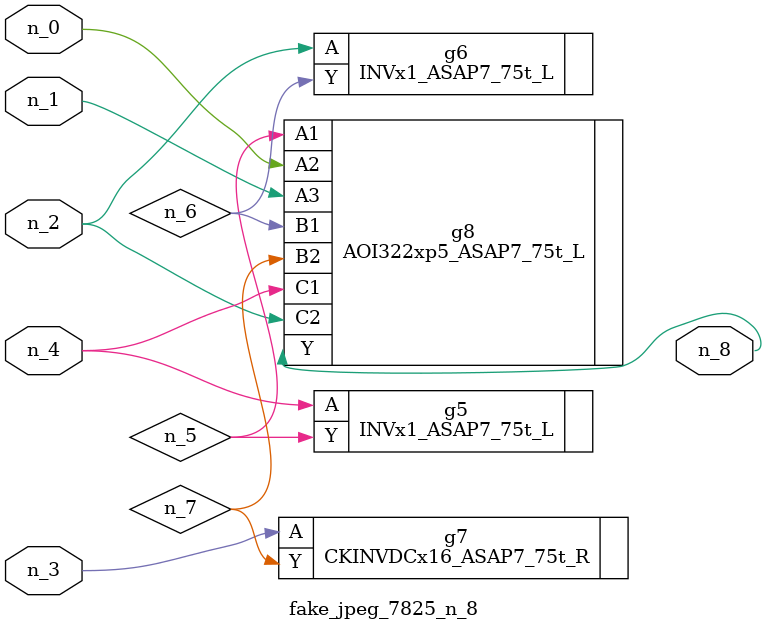
<source format=v>
module fake_jpeg_7825_n_8 (n_3, n_2, n_1, n_0, n_4, n_8);

input n_3;
input n_2;
input n_1;
input n_0;
input n_4;

output n_8;

wire n_6;
wire n_5;
wire n_7;

INVx1_ASAP7_75t_L g5 ( 
.A(n_4),
.Y(n_5)
);

INVx1_ASAP7_75t_L g6 ( 
.A(n_2),
.Y(n_6)
);

CKINVDCx16_ASAP7_75t_R g7 ( 
.A(n_3),
.Y(n_7)
);

AOI322xp5_ASAP7_75t_L g8 ( 
.A1(n_5),
.A2(n_0),
.A3(n_1),
.B1(n_6),
.B2(n_7),
.C1(n_4),
.C2(n_2),
.Y(n_8)
);


endmodule
</source>
